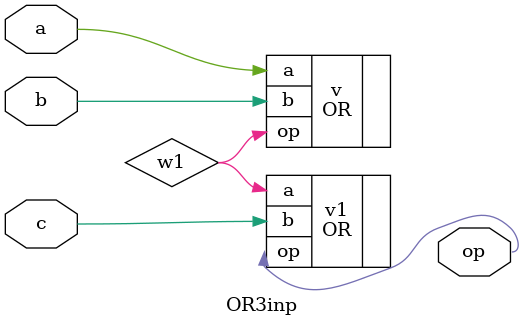
<source format=v>
`timescale 1ns / 1ps

module OR3inp(
    input a,
    input b,
    input c,
    output op
    );
    wire w1;
    OR v(.a(a), .b(b), .op(w1));
    OR v1(.a(w1), .b(c), .op(op)); 
endmodule

</source>
